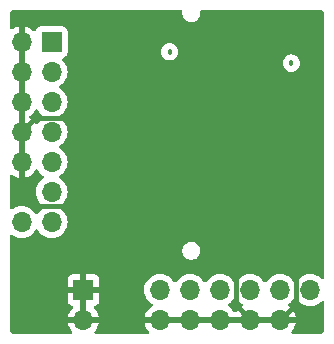
<source format=gbr>
%TF.GenerationSoftware,KiCad,Pcbnew,8.0.4*%
%TF.CreationDate,2024-08-30T00:40:38-07:00*%
%TF.ProjectId,SYZYGY-RGMII-tester,53595a59-4759-42d5-9247-4d49492d7465,rev?*%
%TF.SameCoordinates,Original*%
%TF.FileFunction,Copper,L2,Inr*%
%TF.FilePolarity,Positive*%
%FSLAX46Y46*%
G04 Gerber Fmt 4.6, Leading zero omitted, Abs format (unit mm)*
G04 Created by KiCad (PCBNEW 8.0.4) date 2024-08-30 00:40:38*
%MOMM*%
%LPD*%
G01*
G04 APERTURE LIST*
%TA.AperFunction,ComponentPad*%
%ADD10R,1.700000X1.700000*%
%TD*%
%TA.AperFunction,ComponentPad*%
%ADD11O,1.700000X1.700000*%
%TD*%
%TA.AperFunction,ViaPad*%
%ADD12C,0.457200*%
%TD*%
%TA.AperFunction,Conductor*%
%ADD13C,0.381000*%
%TD*%
%TA.AperFunction,Conductor*%
%ADD14C,0.500000*%
%TD*%
G04 APERTURE END LIST*
D10*
%TO.N,GND*%
%TO.C,J2*%
X110500000Y-96200000D03*
D11*
X110500000Y-98740000D03*
%TD*%
D10*
%TO.N,GND*%
%TO.C,J4*%
X129700000Y-98740000D03*
D11*
%TO.N,/RXD1_L*%
X129700000Y-96200000D03*
%TO.N,GND*%
X127160000Y-98740000D03*
%TO.N,/RXD2_L*%
X127160000Y-96200000D03*
%TO.N,GND*%
X124620000Y-98740000D03*
%TO.N,/RXD3_L*%
X124620000Y-96200000D03*
%TO.N,GND*%
X122080000Y-98740000D03*
%TO.N,/RX_CTL_L*%
X122080000Y-96200000D03*
%TO.N,GND*%
X119540000Y-98740000D03*
%TO.N,/RX_CLK_L*%
X119540000Y-96200000D03*
%TO.N,GND*%
X117000000Y-98740000D03*
%TO.N,/RXD0_L*%
X117000000Y-96200000D03*
%TD*%
D10*
%TO.N,/TXD3_L*%
%TO.C,J1*%
X107800000Y-75200000D03*
D11*
%TO.N,GND*%
X105260000Y-75200000D03*
%TO.N,/TXD2_L*%
X107800000Y-77740000D03*
%TO.N,GND*%
X105260000Y-77740000D03*
%TO.N,/TXD1_L*%
X107800000Y-80280000D03*
%TO.N,GND*%
X105260000Y-80280000D03*
%TO.N,/TXD0_L*%
X107800000Y-82820000D03*
%TO.N,GND*%
X105260000Y-82820000D03*
%TO.N,/TX_CTL_L*%
X107800000Y-85360000D03*
%TO.N,GND*%
X105260000Y-85360000D03*
%TO.N,/TX_CLK_L*%
X107800000Y-87900000D03*
%TO.N,GND*%
X105260000Y-87900000D03*
%TO.N,VCC_L*%
X107800000Y-90440000D03*
%TO.N,VCC_H*%
X105260000Y-90440000D03*
%TD*%
D12*
%TO.N,GND*%
X129600000Y-81700000D03*
X129600000Y-79700000D03*
X129600000Y-77700000D03*
X129600000Y-75700000D03*
X129600000Y-73700000D03*
X125600000Y-91700000D03*
X125600000Y-73700000D03*
X123600000Y-73700000D03*
X115600000Y-93700000D03*
X113600000Y-97700000D03*
X113600000Y-95700000D03*
X113600000Y-93700000D03*
X113600000Y-91700000D03*
X111600000Y-93700000D03*
X111600000Y-91700000D03*
X111600000Y-73700000D03*
X109600000Y-93700000D03*
X109600000Y-91700000D03*
X109600000Y-73700000D03*
X107600000Y-97700000D03*
X107600000Y-95700000D03*
X107600000Y-93700000D03*
X105600000Y-97700000D03*
X105600000Y-95700000D03*
X105600000Y-93700000D03*
%TO.N,VCC_H*%
X117800000Y-76045000D03*
%TO.N,VCC_L*%
X128100000Y-77000000D03*
%TO.N,GND*%
X122300000Y-73000000D03*
X122300000Y-92600000D03*
X122300000Y-88900000D03*
X122300000Y-82800000D03*
X122300000Y-76600000D03*
X128100000Y-73400000D03*
X116400000Y-73300000D03*
%TD*%
D13*
%TO.N,GND*%
X109247500Y-81652500D02*
X109300000Y-81600000D01*
X106427500Y-81652500D02*
X109247500Y-81652500D01*
X105260000Y-82820000D02*
X106427500Y-81652500D01*
X106427500Y-89067500D02*
X109267500Y-89067500D01*
D14*
X105260000Y-87900000D02*
X106427500Y-89067500D01*
D13*
X123400000Y-97520000D02*
X123400000Y-94600000D01*
X124620000Y-98740000D02*
X123400000Y-97520000D01*
X128532500Y-95067500D02*
X129100000Y-94500000D01*
X128532500Y-97367500D02*
X128532500Y-95067500D01*
X127160000Y-98740000D02*
X128532500Y-97367500D01*
%TD*%
%TA.AperFunction,Conductor*%
%TO.N,GND*%
G36*
X118820572Y-72520185D02*
G01*
X118866327Y-72572989D01*
X118876271Y-72642147D01*
X118875150Y-72648692D01*
X118869500Y-72677095D01*
X118869500Y-72826907D01*
X118898723Y-72973822D01*
X118898725Y-72973830D01*
X118956051Y-73112229D01*
X118956056Y-73112238D01*
X119039280Y-73236790D01*
X119039283Y-73236794D01*
X119145205Y-73342716D01*
X119145209Y-73342719D01*
X119269761Y-73425943D01*
X119269767Y-73425946D01*
X119269768Y-73425947D01*
X119408170Y-73483275D01*
X119555092Y-73512499D01*
X119555096Y-73512500D01*
X119555097Y-73512500D01*
X119704904Y-73512500D01*
X119704905Y-73512499D01*
X119851830Y-73483275D01*
X119990232Y-73425947D01*
X120114791Y-73342719D01*
X120220719Y-73236791D01*
X120303947Y-73112232D01*
X120361275Y-72973830D01*
X120390500Y-72826903D01*
X120390500Y-72677097D01*
X120384850Y-72648691D01*
X120391077Y-72579100D01*
X120433940Y-72523923D01*
X120499829Y-72500678D01*
X120506467Y-72500500D01*
X130641324Y-72500500D01*
X130708363Y-72520185D01*
X130729005Y-72536819D01*
X130863181Y-72670995D01*
X130896666Y-72732318D01*
X130899500Y-72758676D01*
X130899500Y-95190241D01*
X130879815Y-95257280D01*
X130827011Y-95303035D01*
X130757853Y-95312979D01*
X130694297Y-95283954D01*
X130687819Y-95277923D01*
X130652516Y-95242620D01*
X130571401Y-95161505D01*
X130571397Y-95161502D01*
X130571396Y-95161501D01*
X130377834Y-95025967D01*
X130377830Y-95025965D01*
X130306727Y-94992809D01*
X130163663Y-94926097D01*
X130163659Y-94926096D01*
X130163655Y-94926094D01*
X129935413Y-94864938D01*
X129935403Y-94864936D01*
X129700001Y-94844341D01*
X129699999Y-94844341D01*
X129464596Y-94864936D01*
X129464586Y-94864938D01*
X129236344Y-94926094D01*
X129236335Y-94926098D01*
X129022171Y-95025964D01*
X129022169Y-95025965D01*
X128828597Y-95161505D01*
X128661505Y-95328597D01*
X128531575Y-95514158D01*
X128476998Y-95557783D01*
X128407500Y-95564977D01*
X128345145Y-95533454D01*
X128328425Y-95514158D01*
X128198494Y-95328597D01*
X128031402Y-95161506D01*
X128031395Y-95161501D01*
X127837834Y-95025967D01*
X127837830Y-95025965D01*
X127766727Y-94992809D01*
X127623663Y-94926097D01*
X127623659Y-94926096D01*
X127623655Y-94926094D01*
X127395413Y-94864938D01*
X127395403Y-94864936D01*
X127160001Y-94844341D01*
X127159999Y-94844341D01*
X126924596Y-94864936D01*
X126924586Y-94864938D01*
X126696344Y-94926094D01*
X126696335Y-94926098D01*
X126482171Y-95025964D01*
X126482169Y-95025965D01*
X126288597Y-95161505D01*
X126121505Y-95328597D01*
X125991575Y-95514158D01*
X125936998Y-95557783D01*
X125867500Y-95564977D01*
X125805145Y-95533454D01*
X125788425Y-95514158D01*
X125658494Y-95328597D01*
X125491402Y-95161506D01*
X125491395Y-95161501D01*
X125297834Y-95025967D01*
X125297830Y-95025965D01*
X125226727Y-94992809D01*
X125083663Y-94926097D01*
X125083659Y-94926096D01*
X125083655Y-94926094D01*
X124855413Y-94864938D01*
X124855403Y-94864936D01*
X124620001Y-94844341D01*
X124619999Y-94844341D01*
X124384596Y-94864936D01*
X124384586Y-94864938D01*
X124156344Y-94926094D01*
X124156335Y-94926098D01*
X123942171Y-95025964D01*
X123942169Y-95025965D01*
X123748597Y-95161505D01*
X123581505Y-95328597D01*
X123451575Y-95514158D01*
X123396998Y-95557783D01*
X123327500Y-95564977D01*
X123265145Y-95533454D01*
X123248425Y-95514158D01*
X123118494Y-95328597D01*
X122951402Y-95161506D01*
X122951395Y-95161501D01*
X122757834Y-95025967D01*
X122757830Y-95025965D01*
X122686727Y-94992809D01*
X122543663Y-94926097D01*
X122543659Y-94926096D01*
X122543655Y-94926094D01*
X122315413Y-94864938D01*
X122315403Y-94864936D01*
X122080001Y-94844341D01*
X122079999Y-94844341D01*
X121844596Y-94864936D01*
X121844586Y-94864938D01*
X121616344Y-94926094D01*
X121616335Y-94926098D01*
X121402171Y-95025964D01*
X121402169Y-95025965D01*
X121208597Y-95161505D01*
X121041505Y-95328597D01*
X120911575Y-95514158D01*
X120856998Y-95557783D01*
X120787500Y-95564977D01*
X120725145Y-95533454D01*
X120708425Y-95514158D01*
X120578494Y-95328597D01*
X120411402Y-95161506D01*
X120411395Y-95161501D01*
X120217834Y-95025967D01*
X120217830Y-95025965D01*
X120146727Y-94992809D01*
X120003663Y-94926097D01*
X120003659Y-94926096D01*
X120003655Y-94926094D01*
X119775413Y-94864938D01*
X119775403Y-94864936D01*
X119540001Y-94844341D01*
X119539999Y-94844341D01*
X119304596Y-94864936D01*
X119304586Y-94864938D01*
X119076344Y-94926094D01*
X119076335Y-94926098D01*
X118862171Y-95025964D01*
X118862169Y-95025965D01*
X118668597Y-95161505D01*
X118501505Y-95328597D01*
X118371575Y-95514158D01*
X118316998Y-95557783D01*
X118247500Y-95564977D01*
X118185145Y-95533454D01*
X118168425Y-95514158D01*
X118038494Y-95328597D01*
X117871402Y-95161506D01*
X117871395Y-95161501D01*
X117677834Y-95025967D01*
X117677830Y-95025965D01*
X117606727Y-94992809D01*
X117463663Y-94926097D01*
X117463659Y-94926096D01*
X117463655Y-94926094D01*
X117235413Y-94864938D01*
X117235403Y-94864936D01*
X117000001Y-94844341D01*
X116999999Y-94844341D01*
X116764596Y-94864936D01*
X116764586Y-94864938D01*
X116536344Y-94926094D01*
X116536335Y-94926098D01*
X116322171Y-95025964D01*
X116322169Y-95025965D01*
X116128597Y-95161505D01*
X115961505Y-95328597D01*
X115825965Y-95522169D01*
X115825964Y-95522171D01*
X115726098Y-95736335D01*
X115726094Y-95736344D01*
X115664938Y-95964586D01*
X115664936Y-95964596D01*
X115644341Y-96199999D01*
X115644341Y-96200000D01*
X115664936Y-96435403D01*
X115664938Y-96435413D01*
X115726094Y-96663655D01*
X115726096Y-96663659D01*
X115726097Y-96663663D01*
X115800500Y-96823220D01*
X115825965Y-96877830D01*
X115825967Y-96877834D01*
X115934281Y-97032521D01*
X115961501Y-97071396D01*
X115961506Y-97071402D01*
X116128597Y-97238493D01*
X116128603Y-97238498D01*
X116314594Y-97368730D01*
X116358219Y-97423307D01*
X116365413Y-97492805D01*
X116333890Y-97555160D01*
X116314595Y-97571880D01*
X116128922Y-97701890D01*
X116128920Y-97701891D01*
X115961891Y-97868920D01*
X115961886Y-97868926D01*
X115826400Y-98062420D01*
X115826399Y-98062422D01*
X115726570Y-98276507D01*
X115726567Y-98276513D01*
X115669364Y-98489999D01*
X115669364Y-98490000D01*
X116566988Y-98490000D01*
X116534075Y-98547007D01*
X116500000Y-98674174D01*
X116500000Y-98805826D01*
X116534075Y-98932993D01*
X116566988Y-98990000D01*
X115669364Y-98990000D01*
X115726567Y-99203486D01*
X115726570Y-99203492D01*
X115826399Y-99417578D01*
X115961894Y-99611082D01*
X116038631Y-99687819D01*
X116072116Y-99749142D01*
X116067132Y-99818834D01*
X116025260Y-99874767D01*
X115959796Y-99899184D01*
X115950950Y-99899500D01*
X111549050Y-99899500D01*
X111482011Y-99879815D01*
X111436256Y-99827011D01*
X111426312Y-99757853D01*
X111455337Y-99694297D01*
X111461369Y-99687819D01*
X111538105Y-99611082D01*
X111673600Y-99417578D01*
X111773429Y-99203492D01*
X111773432Y-99203486D01*
X111830636Y-98990000D01*
X110933012Y-98990000D01*
X110965925Y-98932993D01*
X111000000Y-98805826D01*
X111000000Y-98674174D01*
X110965925Y-98547007D01*
X110933012Y-98490000D01*
X111830636Y-98490000D01*
X111830635Y-98489999D01*
X111773432Y-98276513D01*
X111773429Y-98276507D01*
X111673600Y-98062422D01*
X111673599Y-98062420D01*
X111538113Y-97868926D01*
X111538108Y-97868920D01*
X111415665Y-97746477D01*
X111382180Y-97685154D01*
X111387164Y-97615462D01*
X111429036Y-97559529D01*
X111460013Y-97542614D01*
X111592086Y-97493354D01*
X111592093Y-97493350D01*
X111707187Y-97407190D01*
X111707190Y-97407187D01*
X111793350Y-97292093D01*
X111793354Y-97292086D01*
X111843596Y-97157379D01*
X111843598Y-97157372D01*
X111849999Y-97097844D01*
X111850000Y-97097827D01*
X111850000Y-96450000D01*
X110933012Y-96450000D01*
X110965925Y-96392993D01*
X111000000Y-96265826D01*
X111000000Y-96134174D01*
X110965925Y-96007007D01*
X110933012Y-95950000D01*
X111850000Y-95950000D01*
X111850000Y-95302172D01*
X111849999Y-95302155D01*
X111843598Y-95242627D01*
X111843596Y-95242620D01*
X111793354Y-95107913D01*
X111793350Y-95107906D01*
X111707190Y-94992812D01*
X111707187Y-94992809D01*
X111592093Y-94906649D01*
X111592086Y-94906645D01*
X111457379Y-94856403D01*
X111457372Y-94856401D01*
X111397844Y-94850000D01*
X110750000Y-94850000D01*
X110750000Y-95766988D01*
X110692993Y-95734075D01*
X110565826Y-95700000D01*
X110434174Y-95700000D01*
X110307007Y-95734075D01*
X110250000Y-95766988D01*
X110250000Y-94850000D01*
X109602155Y-94850000D01*
X109542627Y-94856401D01*
X109542620Y-94856403D01*
X109407913Y-94906645D01*
X109407906Y-94906649D01*
X109292812Y-94992809D01*
X109292809Y-94992812D01*
X109206649Y-95107906D01*
X109206645Y-95107913D01*
X109156403Y-95242620D01*
X109156401Y-95242627D01*
X109150000Y-95302155D01*
X109150000Y-95950000D01*
X110066988Y-95950000D01*
X110034075Y-96007007D01*
X110000000Y-96134174D01*
X110000000Y-96265826D01*
X110034075Y-96392993D01*
X110066988Y-96450000D01*
X109150000Y-96450000D01*
X109150000Y-97097844D01*
X109156401Y-97157372D01*
X109156403Y-97157379D01*
X109206645Y-97292086D01*
X109206649Y-97292093D01*
X109292809Y-97407187D01*
X109292812Y-97407190D01*
X109407906Y-97493350D01*
X109407913Y-97493354D01*
X109539986Y-97542614D01*
X109595920Y-97584485D01*
X109620337Y-97649949D01*
X109605486Y-97718222D01*
X109584335Y-97746477D01*
X109461886Y-97868926D01*
X109326400Y-98062420D01*
X109326399Y-98062422D01*
X109226570Y-98276507D01*
X109226567Y-98276513D01*
X109169364Y-98489999D01*
X109169364Y-98490000D01*
X110066988Y-98490000D01*
X110034075Y-98547007D01*
X110000000Y-98674174D01*
X110000000Y-98805826D01*
X110034075Y-98932993D01*
X110066988Y-98990000D01*
X109169364Y-98990000D01*
X109226567Y-99203486D01*
X109226570Y-99203492D01*
X109326399Y-99417578D01*
X109461894Y-99611082D01*
X109538631Y-99687819D01*
X109572116Y-99749142D01*
X109567132Y-99818834D01*
X109525260Y-99874767D01*
X109459796Y-99899184D01*
X109450950Y-99899500D01*
X104558676Y-99899500D01*
X104491637Y-99879815D01*
X104470995Y-99863181D01*
X104336819Y-99729005D01*
X104303334Y-99667682D01*
X104300500Y-99641324D01*
X104300500Y-92810092D01*
X118869500Y-92810092D01*
X118869500Y-92959907D01*
X118898723Y-93106822D01*
X118898725Y-93106830D01*
X118956051Y-93245229D01*
X118956056Y-93245238D01*
X119039280Y-93369790D01*
X119039283Y-93369794D01*
X119145205Y-93475716D01*
X119145209Y-93475719D01*
X119269761Y-93558943D01*
X119269767Y-93558946D01*
X119269768Y-93558947D01*
X119408170Y-93616275D01*
X119555092Y-93645499D01*
X119555096Y-93645500D01*
X119555097Y-93645500D01*
X119704904Y-93645500D01*
X119704905Y-93645499D01*
X119851830Y-93616275D01*
X119990232Y-93558947D01*
X120114791Y-93475719D01*
X120220719Y-93369791D01*
X120303947Y-93245232D01*
X120361275Y-93106830D01*
X120390500Y-92959903D01*
X120390500Y-92810097D01*
X120361275Y-92663170D01*
X120303947Y-92524768D01*
X120303946Y-92524767D01*
X120303943Y-92524761D01*
X120220719Y-92400209D01*
X120220716Y-92400205D01*
X120114794Y-92294283D01*
X120114790Y-92294280D01*
X119990238Y-92211056D01*
X119990229Y-92211051D01*
X119851830Y-92153725D01*
X119851822Y-92153723D01*
X119704907Y-92124500D01*
X119704903Y-92124500D01*
X119555097Y-92124500D01*
X119555092Y-92124500D01*
X119408177Y-92153723D01*
X119408169Y-92153725D01*
X119269770Y-92211051D01*
X119269761Y-92211056D01*
X119145209Y-92294280D01*
X119145205Y-92294283D01*
X119039283Y-92400205D01*
X119039280Y-92400209D01*
X118956056Y-92524761D01*
X118956051Y-92524770D01*
X118898725Y-92663169D01*
X118898723Y-92663177D01*
X118869500Y-92810092D01*
X104300500Y-92810092D01*
X104300500Y-91655009D01*
X104320185Y-91587970D01*
X104372989Y-91542215D01*
X104442147Y-91532271D01*
X104495621Y-91553432D01*
X104582170Y-91614035D01*
X104796337Y-91713903D01*
X105024592Y-91775063D01*
X105212918Y-91791539D01*
X105259999Y-91795659D01*
X105260000Y-91795659D01*
X105260001Y-91795659D01*
X105299234Y-91792226D01*
X105495408Y-91775063D01*
X105723663Y-91713903D01*
X105937830Y-91614035D01*
X106131401Y-91478495D01*
X106298495Y-91311401D01*
X106428425Y-91125842D01*
X106483002Y-91082217D01*
X106552500Y-91075023D01*
X106614855Y-91106546D01*
X106631575Y-91125842D01*
X106761500Y-91311395D01*
X106761505Y-91311401D01*
X106928599Y-91478495D01*
X107005399Y-91532271D01*
X107122165Y-91614032D01*
X107122167Y-91614033D01*
X107122170Y-91614035D01*
X107336337Y-91713903D01*
X107564592Y-91775063D01*
X107752918Y-91791539D01*
X107799999Y-91795659D01*
X107800000Y-91795659D01*
X107800001Y-91795659D01*
X107839234Y-91792226D01*
X108035408Y-91775063D01*
X108263663Y-91713903D01*
X108477830Y-91614035D01*
X108671401Y-91478495D01*
X108838495Y-91311401D01*
X108974035Y-91117830D01*
X109073903Y-90903663D01*
X109135063Y-90675408D01*
X109155659Y-90440000D01*
X109135063Y-90204592D01*
X109073903Y-89976337D01*
X108974035Y-89762171D01*
X108968425Y-89754158D01*
X108838494Y-89568597D01*
X108671402Y-89401506D01*
X108671396Y-89401501D01*
X108485842Y-89271575D01*
X108442217Y-89216998D01*
X108435023Y-89147500D01*
X108466546Y-89085145D01*
X108485842Y-89068425D01*
X108508026Y-89052891D01*
X108671401Y-88938495D01*
X108838495Y-88771401D01*
X108974035Y-88577830D01*
X109073903Y-88363663D01*
X109135063Y-88135408D01*
X109155659Y-87900000D01*
X109135063Y-87664592D01*
X109073903Y-87436337D01*
X108974035Y-87222171D01*
X108838495Y-87028599D01*
X108838494Y-87028597D01*
X108671402Y-86861506D01*
X108671396Y-86861501D01*
X108485842Y-86731575D01*
X108442217Y-86676998D01*
X108435023Y-86607500D01*
X108466546Y-86545145D01*
X108485842Y-86528425D01*
X108515927Y-86507359D01*
X108671401Y-86398495D01*
X108838495Y-86231401D01*
X108974035Y-86037830D01*
X109073903Y-85823663D01*
X109135063Y-85595408D01*
X109155659Y-85360000D01*
X109135063Y-85124592D01*
X109073903Y-84896337D01*
X108974035Y-84682171D01*
X108968731Y-84674595D01*
X108838494Y-84488597D01*
X108671402Y-84321506D01*
X108671396Y-84321501D01*
X108485842Y-84191575D01*
X108442217Y-84136998D01*
X108435023Y-84067500D01*
X108466546Y-84005145D01*
X108485842Y-83988425D01*
X108508026Y-83972891D01*
X108671401Y-83858495D01*
X108838495Y-83691401D01*
X108974035Y-83497830D01*
X109073903Y-83283663D01*
X109135063Y-83055408D01*
X109155659Y-82820000D01*
X109135063Y-82584592D01*
X109073903Y-82356337D01*
X108974035Y-82142171D01*
X108968731Y-82134595D01*
X108838494Y-81948597D01*
X108671402Y-81781506D01*
X108671396Y-81781501D01*
X108485842Y-81651575D01*
X108442217Y-81596998D01*
X108435023Y-81527500D01*
X108466546Y-81465145D01*
X108485842Y-81448425D01*
X108508026Y-81432891D01*
X108671401Y-81318495D01*
X108838495Y-81151401D01*
X108974035Y-80957830D01*
X109073903Y-80743663D01*
X109135063Y-80515408D01*
X109155659Y-80280000D01*
X109135063Y-80044592D01*
X109073903Y-79816337D01*
X108974035Y-79602171D01*
X108968731Y-79594595D01*
X108838494Y-79408597D01*
X108671402Y-79241506D01*
X108671396Y-79241501D01*
X108485842Y-79111575D01*
X108442217Y-79056998D01*
X108435023Y-78987500D01*
X108466546Y-78925145D01*
X108485842Y-78908425D01*
X108508026Y-78892891D01*
X108671401Y-78778495D01*
X108838495Y-78611401D01*
X108974035Y-78417830D01*
X109073903Y-78203663D01*
X109135063Y-77975408D01*
X109155659Y-77740000D01*
X109153499Y-77715317D01*
X109135063Y-77504596D01*
X109135063Y-77504592D01*
X109073903Y-77276337D01*
X108974035Y-77062171D01*
X108968730Y-77054595D01*
X108930500Y-76999996D01*
X127366287Y-76999996D01*
X127366287Y-77000003D01*
X127384681Y-77163261D01*
X127384682Y-77163265D01*
X127438947Y-77318347D01*
X127510984Y-77432993D01*
X127526360Y-77457463D01*
X127642537Y-77573640D01*
X127781654Y-77661053D01*
X127936733Y-77715317D01*
X127936734Y-77715317D01*
X127936738Y-77715318D01*
X128099996Y-77733713D01*
X128100000Y-77733713D01*
X128100004Y-77733713D01*
X128263261Y-77715318D01*
X128263263Y-77715317D01*
X128263267Y-77715317D01*
X128418346Y-77661053D01*
X128557463Y-77573640D01*
X128673640Y-77457463D01*
X128761053Y-77318346D01*
X128815317Y-77163267D01*
X128821836Y-77105412D01*
X128833713Y-77000003D01*
X128833713Y-76999996D01*
X128815318Y-76836738D01*
X128815317Y-76836734D01*
X128769590Y-76706053D01*
X128761053Y-76681654D01*
X128673640Y-76542537D01*
X128557463Y-76426360D01*
X128491870Y-76385145D01*
X128418347Y-76338947D01*
X128263265Y-76284682D01*
X128263261Y-76284681D01*
X128100004Y-76266287D01*
X128099996Y-76266287D01*
X127936738Y-76284681D01*
X127936734Y-76284682D01*
X127781652Y-76338947D01*
X127642536Y-76426360D01*
X127526360Y-76542536D01*
X127438947Y-76681652D01*
X127384682Y-76836734D01*
X127384681Y-76836738D01*
X127366287Y-76999996D01*
X108930500Y-76999996D01*
X108838496Y-76868600D01*
X108806629Y-76836733D01*
X108716567Y-76746671D01*
X108683084Y-76685351D01*
X108688068Y-76615659D01*
X108729939Y-76559725D01*
X108760915Y-76542810D01*
X108892331Y-76493796D01*
X109007546Y-76407546D01*
X109093796Y-76292331D01*
X109144091Y-76157483D01*
X109150500Y-76097873D01*
X109150500Y-76044996D01*
X117066287Y-76044996D01*
X117066287Y-76045003D01*
X117084681Y-76208261D01*
X117084682Y-76208265D01*
X117138947Y-76363347D01*
X117166720Y-76407547D01*
X117226360Y-76502463D01*
X117342537Y-76618640D01*
X117481654Y-76706053D01*
X117636733Y-76760317D01*
X117636734Y-76760317D01*
X117636738Y-76760318D01*
X117799996Y-76778713D01*
X117800000Y-76778713D01*
X117800004Y-76778713D01*
X117963261Y-76760318D01*
X117963263Y-76760317D01*
X117963267Y-76760317D01*
X118118346Y-76706053D01*
X118257463Y-76618640D01*
X118373640Y-76502463D01*
X118461053Y-76363346D01*
X118515317Y-76208267D01*
X118515318Y-76208261D01*
X118533713Y-76045003D01*
X118533713Y-76044996D01*
X118515318Y-75881738D01*
X118515317Y-75881734D01*
X118461052Y-75726652D01*
X118373639Y-75587536D01*
X118257463Y-75471360D01*
X118118347Y-75383947D01*
X117963265Y-75329682D01*
X117963261Y-75329681D01*
X117800004Y-75311287D01*
X117799996Y-75311287D01*
X117636738Y-75329681D01*
X117636734Y-75329682D01*
X117481652Y-75383947D01*
X117342536Y-75471360D01*
X117226360Y-75587536D01*
X117138947Y-75726652D01*
X117084682Y-75881734D01*
X117084681Y-75881738D01*
X117066287Y-76044996D01*
X109150500Y-76044996D01*
X109150499Y-74302128D01*
X109144091Y-74242517D01*
X109143002Y-74239598D01*
X109093797Y-74107671D01*
X109093793Y-74107664D01*
X109007547Y-73992455D01*
X109007544Y-73992452D01*
X108892335Y-73906206D01*
X108892328Y-73906202D01*
X108757482Y-73855908D01*
X108757483Y-73855908D01*
X108697883Y-73849501D01*
X108697881Y-73849500D01*
X108697873Y-73849500D01*
X108697864Y-73849500D01*
X106902129Y-73849500D01*
X106902123Y-73849501D01*
X106842516Y-73855908D01*
X106707671Y-73906202D01*
X106707664Y-73906206D01*
X106592455Y-73992452D01*
X106592452Y-73992455D01*
X106506206Y-74107664D01*
X106506202Y-74107671D01*
X106456997Y-74239598D01*
X106415126Y-74295532D01*
X106349661Y-74319949D01*
X106281388Y-74305097D01*
X106253134Y-74283946D01*
X106131082Y-74161894D01*
X105937578Y-74026399D01*
X105723492Y-73926570D01*
X105723486Y-73926567D01*
X105510000Y-73869364D01*
X105510000Y-74766988D01*
X105452993Y-74734075D01*
X105325826Y-74700000D01*
X105194174Y-74700000D01*
X105067007Y-74734075D01*
X105010000Y-74766988D01*
X105010000Y-73869364D01*
X105009999Y-73869364D01*
X104796513Y-73926567D01*
X104796507Y-73926570D01*
X104582422Y-74026399D01*
X104582420Y-74026400D01*
X104495623Y-74087176D01*
X104429416Y-74109503D01*
X104361649Y-74092492D01*
X104313837Y-74041544D01*
X104300500Y-73985601D01*
X104300500Y-72758676D01*
X104320185Y-72691637D01*
X104336819Y-72670995D01*
X104470995Y-72536819D01*
X104532318Y-72503334D01*
X104558676Y-72500500D01*
X118753533Y-72500500D01*
X118820572Y-72520185D01*
G37*
%TD.AperFunction*%
%TA.AperFunction,Conductor*%
G36*
X128514855Y-96866546D02*
G01*
X128531575Y-96885842D01*
X128661500Y-97071395D01*
X128661505Y-97071401D01*
X128828599Y-97238495D01*
X128905135Y-97292086D01*
X129022165Y-97374032D01*
X129022167Y-97374033D01*
X129022170Y-97374035D01*
X129236337Y-97473903D01*
X129464592Y-97535063D01*
X129652918Y-97551539D01*
X129699999Y-97555659D01*
X129700000Y-97555659D01*
X129700001Y-97555659D01*
X129739234Y-97552226D01*
X129935408Y-97535063D01*
X130163663Y-97473903D01*
X130377830Y-97374035D01*
X130571401Y-97238495D01*
X130687819Y-97122077D01*
X130749142Y-97088592D01*
X130818834Y-97093576D01*
X130874767Y-97135448D01*
X130899184Y-97200912D01*
X130899500Y-97209758D01*
X130899500Y-99641324D01*
X130879815Y-99708363D01*
X130863181Y-99729005D01*
X130729005Y-99863181D01*
X130667682Y-99896666D01*
X130641324Y-99899500D01*
X128209050Y-99899500D01*
X128142011Y-99879815D01*
X128096256Y-99827011D01*
X128086312Y-99757853D01*
X128115337Y-99694297D01*
X128121369Y-99687819D01*
X128198105Y-99611082D01*
X128333600Y-99417578D01*
X128433429Y-99203492D01*
X128433432Y-99203486D01*
X128490636Y-98990000D01*
X127593012Y-98990000D01*
X127625925Y-98932993D01*
X127660000Y-98805826D01*
X127660000Y-98674174D01*
X127625925Y-98547007D01*
X127593012Y-98490000D01*
X128490636Y-98490000D01*
X128490635Y-98489999D01*
X128433432Y-98276513D01*
X128433429Y-98276507D01*
X128333600Y-98062422D01*
X128333599Y-98062420D01*
X128198113Y-97868926D01*
X128198108Y-97868920D01*
X128031078Y-97701890D01*
X127845405Y-97571879D01*
X127801780Y-97517302D01*
X127794588Y-97447804D01*
X127826110Y-97385449D01*
X127845406Y-97368730D01*
X127954865Y-97292086D01*
X128031401Y-97238495D01*
X128198495Y-97071401D01*
X128328425Y-96885842D01*
X128383002Y-96842217D01*
X128452500Y-96835023D01*
X128514855Y-96866546D01*
G37*
%TD.AperFunction*%
%TA.AperFunction,Conductor*%
G36*
X119074075Y-98547007D02*
G01*
X119040000Y-98674174D01*
X119040000Y-98805826D01*
X119074075Y-98932993D01*
X119106988Y-98990000D01*
X117433012Y-98990000D01*
X117465925Y-98932993D01*
X117500000Y-98805826D01*
X117500000Y-98674174D01*
X117465925Y-98547007D01*
X117433012Y-98490000D01*
X119106988Y-98490000D01*
X119074075Y-98547007D01*
G37*
%TD.AperFunction*%
%TA.AperFunction,Conductor*%
G36*
X121614075Y-98547007D02*
G01*
X121580000Y-98674174D01*
X121580000Y-98805826D01*
X121614075Y-98932993D01*
X121646988Y-98990000D01*
X119973012Y-98990000D01*
X120005925Y-98932993D01*
X120040000Y-98805826D01*
X120040000Y-98674174D01*
X120005925Y-98547007D01*
X119973012Y-98490000D01*
X121646988Y-98490000D01*
X121614075Y-98547007D01*
G37*
%TD.AperFunction*%
%TA.AperFunction,Conductor*%
G36*
X124154075Y-98547007D02*
G01*
X124120000Y-98674174D01*
X124120000Y-98805826D01*
X124154075Y-98932993D01*
X124186988Y-98990000D01*
X122513012Y-98990000D01*
X122545925Y-98932993D01*
X122580000Y-98805826D01*
X122580000Y-98674174D01*
X122545925Y-98547007D01*
X122513012Y-98490000D01*
X124186988Y-98490000D01*
X124154075Y-98547007D01*
G37*
%TD.AperFunction*%
%TA.AperFunction,Conductor*%
G36*
X126694075Y-98547007D02*
G01*
X126660000Y-98674174D01*
X126660000Y-98805826D01*
X126694075Y-98932993D01*
X126726988Y-98990000D01*
X125053012Y-98990000D01*
X125085925Y-98932993D01*
X125120000Y-98805826D01*
X125120000Y-98674174D01*
X125085925Y-98547007D01*
X125053012Y-98490000D01*
X126726988Y-98490000D01*
X126694075Y-98547007D01*
G37*
%TD.AperFunction*%
%TA.AperFunction,Conductor*%
G36*
X110750000Y-98306988D02*
G01*
X110692993Y-98274075D01*
X110565826Y-98240000D01*
X110434174Y-98240000D01*
X110307007Y-98274075D01*
X110250000Y-98306988D01*
X110250000Y-96633012D01*
X110307007Y-96665925D01*
X110434174Y-96700000D01*
X110565826Y-96700000D01*
X110692993Y-96665925D01*
X110750000Y-96633012D01*
X110750000Y-98306988D01*
G37*
%TD.AperFunction*%
%TA.AperFunction,Conductor*%
G36*
X123434855Y-96866546D02*
G01*
X123451575Y-96885842D01*
X123581501Y-97071396D01*
X123581506Y-97071402D01*
X123748597Y-97238493D01*
X123748603Y-97238498D01*
X123934594Y-97368730D01*
X123978219Y-97423307D01*
X123985413Y-97492805D01*
X123953890Y-97555160D01*
X123934595Y-97571880D01*
X123748922Y-97701890D01*
X123748920Y-97701891D01*
X123581891Y-97868920D01*
X123581890Y-97868922D01*
X123451575Y-98055031D01*
X123396998Y-98098655D01*
X123327499Y-98105848D01*
X123265145Y-98074326D01*
X123248425Y-98055031D01*
X123118109Y-97868922D01*
X123118108Y-97868920D01*
X122951078Y-97701890D01*
X122765405Y-97571879D01*
X122721780Y-97517302D01*
X122714588Y-97447804D01*
X122746110Y-97385449D01*
X122765406Y-97368730D01*
X122874865Y-97292086D01*
X122951401Y-97238495D01*
X123118495Y-97071401D01*
X123248425Y-96885842D01*
X123303002Y-96842217D01*
X123372500Y-96835023D01*
X123434855Y-96866546D01*
G37*
%TD.AperFunction*%
%TA.AperFunction,Conductor*%
G36*
X105510000Y-86690633D02*
G01*
X105723483Y-86633433D01*
X105723492Y-86633429D01*
X105937578Y-86533600D01*
X106131082Y-86398105D01*
X106298105Y-86231082D01*
X106428119Y-86045405D01*
X106482696Y-86001781D01*
X106552195Y-85994588D01*
X106614549Y-86026110D01*
X106631269Y-86045405D01*
X106761505Y-86231401D01*
X106761506Y-86231402D01*
X106928597Y-86398493D01*
X106928603Y-86398498D01*
X107114158Y-86528425D01*
X107157783Y-86583002D01*
X107164977Y-86652500D01*
X107133454Y-86714855D01*
X107114158Y-86731575D01*
X106928597Y-86861505D01*
X106761505Y-87028597D01*
X106625965Y-87222169D01*
X106625964Y-87222171D01*
X106526098Y-87436335D01*
X106526094Y-87436344D01*
X106464938Y-87664586D01*
X106464936Y-87664596D01*
X106444341Y-87899999D01*
X106444341Y-87900000D01*
X106464936Y-88135403D01*
X106464938Y-88135413D01*
X106526094Y-88363655D01*
X106526096Y-88363659D01*
X106526097Y-88363663D01*
X106625965Y-88577830D01*
X106625967Y-88577834D01*
X106761501Y-88771395D01*
X106761506Y-88771402D01*
X106928597Y-88938493D01*
X106928603Y-88938498D01*
X107114158Y-89068425D01*
X107157783Y-89123002D01*
X107164977Y-89192500D01*
X107133454Y-89254855D01*
X107114158Y-89271575D01*
X106928597Y-89401505D01*
X106761505Y-89568597D01*
X106631575Y-89754158D01*
X106576998Y-89797783D01*
X106507500Y-89804977D01*
X106445145Y-89773454D01*
X106428425Y-89754158D01*
X106298494Y-89568597D01*
X106131402Y-89401506D01*
X106131395Y-89401501D01*
X105937834Y-89265967D01*
X105937830Y-89265965D01*
X105937826Y-89265963D01*
X105723663Y-89166097D01*
X105723659Y-89166096D01*
X105723655Y-89166094D01*
X105495413Y-89104938D01*
X105495403Y-89104936D01*
X105260001Y-89084341D01*
X105259999Y-89084341D01*
X105024596Y-89104936D01*
X105024586Y-89104938D01*
X104796344Y-89166094D01*
X104796335Y-89166098D01*
X104582174Y-89265963D01*
X104495623Y-89326566D01*
X104429416Y-89348893D01*
X104361649Y-89331881D01*
X104313837Y-89280933D01*
X104300500Y-89224990D01*
X104300500Y-86574398D01*
X104320185Y-86507359D01*
X104372989Y-86461604D01*
X104442147Y-86451660D01*
X104495624Y-86472823D01*
X104582421Y-86533600D01*
X104796507Y-86633429D01*
X104796516Y-86633433D01*
X105010000Y-86690634D01*
X105010000Y-85793012D01*
X105067007Y-85825925D01*
X105194174Y-85860000D01*
X105325826Y-85860000D01*
X105452993Y-85825925D01*
X105510000Y-85793012D01*
X105510000Y-86690633D01*
G37*
%TD.AperFunction*%
%TA.AperFunction,Conductor*%
G36*
X105510000Y-84926988D02*
G01*
X105452993Y-84894075D01*
X105325826Y-84860000D01*
X105194174Y-84860000D01*
X105067007Y-84894075D01*
X105010000Y-84926988D01*
X105010000Y-83253012D01*
X105067007Y-83285925D01*
X105194174Y-83320000D01*
X105325826Y-83320000D01*
X105452993Y-83285925D01*
X105510000Y-83253012D01*
X105510000Y-84926988D01*
G37*
%TD.AperFunction*%
%TA.AperFunction,Conductor*%
G36*
X105510000Y-82386988D02*
G01*
X105452993Y-82354075D01*
X105325826Y-82320000D01*
X105194174Y-82320000D01*
X105067007Y-82354075D01*
X105010000Y-82386988D01*
X105010000Y-80713012D01*
X105067007Y-80745925D01*
X105194174Y-80780000D01*
X105325826Y-80780000D01*
X105452993Y-80745925D01*
X105510000Y-80713012D01*
X105510000Y-82386988D01*
G37*
%TD.AperFunction*%
%TA.AperFunction,Conductor*%
G36*
X106614549Y-80946110D02*
G01*
X106631269Y-80965405D01*
X106761505Y-81151401D01*
X106761506Y-81151402D01*
X106928597Y-81318493D01*
X106928603Y-81318498D01*
X107114158Y-81448425D01*
X107157783Y-81503002D01*
X107164977Y-81572500D01*
X107133454Y-81634855D01*
X107114158Y-81651575D01*
X106928597Y-81781505D01*
X106761508Y-81948594D01*
X106631269Y-82134595D01*
X106576692Y-82178219D01*
X106507193Y-82185412D01*
X106444839Y-82153890D01*
X106428119Y-82134594D01*
X106298113Y-81948926D01*
X106298108Y-81948920D01*
X106131082Y-81781894D01*
X105944968Y-81651575D01*
X105901344Y-81596998D01*
X105894151Y-81527499D01*
X105925673Y-81465145D01*
X105944968Y-81448425D01*
X106131082Y-81318105D01*
X106298105Y-81151082D01*
X106428119Y-80965405D01*
X106482696Y-80921781D01*
X106552195Y-80914588D01*
X106614549Y-80946110D01*
G37*
%TD.AperFunction*%
%TA.AperFunction,Conductor*%
G36*
X105510000Y-79846988D02*
G01*
X105452993Y-79814075D01*
X105325826Y-79780000D01*
X105194174Y-79780000D01*
X105067007Y-79814075D01*
X105010000Y-79846988D01*
X105010000Y-78173012D01*
X105067007Y-78205925D01*
X105194174Y-78240000D01*
X105325826Y-78240000D01*
X105452993Y-78205925D01*
X105510000Y-78173012D01*
X105510000Y-79846988D01*
G37*
%TD.AperFunction*%
%TA.AperFunction,Conductor*%
G36*
X105510000Y-77306988D02*
G01*
X105452993Y-77274075D01*
X105325826Y-77240000D01*
X105194174Y-77240000D01*
X105067007Y-77274075D01*
X105010000Y-77306988D01*
X105010000Y-75633012D01*
X105067007Y-75665925D01*
X105194174Y-75700000D01*
X105325826Y-75700000D01*
X105452993Y-75665925D01*
X105510000Y-75633012D01*
X105510000Y-77306988D01*
G37*
%TD.AperFunction*%
%TD*%
M02*

</source>
